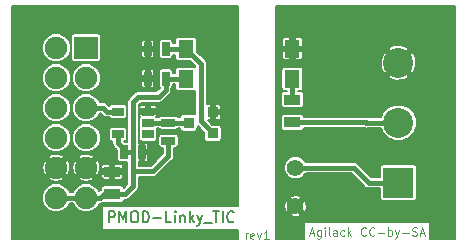
<source format=gbr>
G04 #@! TF.GenerationSoftware,KiCad,Pcbnew,5.0.2*
G04 #@! TF.CreationDate,2020-09-01T14:55:28+02:00*
G04 #@! TF.ProjectId,pmod-linky_tic,706d6f64-2d6c-4696-9e6b-795f7469632e,1*
G04 #@! TF.SameCoordinates,Original*
G04 #@! TF.FileFunction,Copper,L1,Top*
G04 #@! TF.FilePolarity,Positive*
%FSLAX46Y46*%
G04 Gerber Fmt 4.6, Leading zero omitted, Abs format (unit mm)*
G04 Created by KiCad (PCBNEW 5.0.2) date mar. 01 sept. 2020 14:55:28 CEST*
%MOMM*%
%LPD*%
G01*
G04 APERTURE LIST*
G04 #@! TA.AperFunction,NonConductor*
%ADD10C,0.101600*%
G04 #@! TD*
G04 #@! TA.AperFunction,NonConductor*
%ADD11C,0.152400*%
G04 #@! TD*
G04 #@! TA.AperFunction,ComponentPad*
%ADD12R,2.540000X2.540000*%
G04 #@! TD*
G04 #@! TA.AperFunction,ComponentPad*
%ADD13C,2.540000*%
G04 #@! TD*
G04 #@! TA.AperFunction,ComponentPad*
%ADD14R,2.000000X1.900000*%
G04 #@! TD*
G04 #@! TA.AperFunction,ComponentPad*
%ADD15C,1.900000*%
G04 #@! TD*
G04 #@! TA.AperFunction,SMDPad,CuDef*
%ADD16R,1.397000X0.889000*%
G04 #@! TD*
G04 #@! TA.AperFunction,SMDPad,CuDef*
%ADD17R,1.300000X1.500000*%
G04 #@! TD*
G04 #@! TA.AperFunction,SMDPad,CuDef*
%ADD18R,0.914400X0.914400*%
G04 #@! TD*
G04 #@! TA.AperFunction,SMDPad,CuDef*
%ADD19R,0.635000X1.143000*%
G04 #@! TD*
G04 #@! TA.AperFunction,SMDPad,CuDef*
%ADD20R,1.143000X0.635000*%
G04 #@! TD*
G04 #@! TA.AperFunction,SMDPad,CuDef*
%ADD21R,1.000760X0.701040*%
G04 #@! TD*
G04 #@! TA.AperFunction,ComponentPad*
%ADD22C,1.399540*%
G04 #@! TD*
G04 #@! TA.AperFunction,ViaPad*
%ADD23C,0.711200*%
G04 #@! TD*
G04 #@! TA.AperFunction,Conductor*
%ADD24C,0.406400*%
G04 #@! TD*
G04 #@! TA.AperFunction,Conductor*
%ADD25C,0.152400*%
G04 #@! TD*
G04 APERTURE END LIST*
D10*
X149534800Y-114821733D02*
X149534800Y-114347600D01*
X149534800Y-114483066D02*
X149568666Y-114415333D01*
X149602533Y-114381466D01*
X149670266Y-114347600D01*
X149738000Y-114347600D01*
X150246000Y-114787866D02*
X150178266Y-114821733D01*
X150042800Y-114821733D01*
X149975066Y-114787866D01*
X149941200Y-114720133D01*
X149941200Y-114449200D01*
X149975066Y-114381466D01*
X150042800Y-114347600D01*
X150178266Y-114347600D01*
X150246000Y-114381466D01*
X150279866Y-114449200D01*
X150279866Y-114516933D01*
X149941200Y-114584666D01*
X150516933Y-114347600D02*
X150686266Y-114821733D01*
X150855600Y-114347600D01*
X151499066Y-114821733D02*
X151092666Y-114821733D01*
X151295866Y-114821733D02*
X151295866Y-114110533D01*
X151228133Y-114212133D01*
X151160400Y-114279866D01*
X151092666Y-114313733D01*
X154940133Y-114368533D02*
X155278800Y-114368533D01*
X154872400Y-114571733D02*
X155109466Y-113860533D01*
X155346533Y-114571733D01*
X155888400Y-114097600D02*
X155888400Y-114673333D01*
X155854533Y-114741066D01*
X155820666Y-114774933D01*
X155752933Y-114808800D01*
X155651333Y-114808800D01*
X155583600Y-114774933D01*
X155888400Y-114537866D02*
X155820666Y-114571733D01*
X155685200Y-114571733D01*
X155617466Y-114537866D01*
X155583600Y-114504000D01*
X155549733Y-114436266D01*
X155549733Y-114233066D01*
X155583600Y-114165333D01*
X155617466Y-114131466D01*
X155685200Y-114097600D01*
X155820666Y-114097600D01*
X155888400Y-114131466D01*
X156227066Y-114571733D02*
X156227066Y-114097600D01*
X156227066Y-113860533D02*
X156193200Y-113894400D01*
X156227066Y-113928266D01*
X156260933Y-113894400D01*
X156227066Y-113860533D01*
X156227066Y-113928266D01*
X156667333Y-114571733D02*
X156599600Y-114537866D01*
X156565733Y-114470133D01*
X156565733Y-113860533D01*
X157243066Y-114571733D02*
X157243066Y-114199200D01*
X157209200Y-114131466D01*
X157141466Y-114097600D01*
X157006000Y-114097600D01*
X156938266Y-114131466D01*
X157243066Y-114537866D02*
X157175333Y-114571733D01*
X157006000Y-114571733D01*
X156938266Y-114537866D01*
X156904400Y-114470133D01*
X156904400Y-114402400D01*
X156938266Y-114334666D01*
X157006000Y-114300800D01*
X157175333Y-114300800D01*
X157243066Y-114266933D01*
X157886533Y-114537866D02*
X157818800Y-114571733D01*
X157683333Y-114571733D01*
X157615600Y-114537866D01*
X157581733Y-114504000D01*
X157547866Y-114436266D01*
X157547866Y-114233066D01*
X157581733Y-114165333D01*
X157615600Y-114131466D01*
X157683333Y-114097600D01*
X157818800Y-114097600D01*
X157886533Y-114131466D01*
X158191333Y-114571733D02*
X158191333Y-113860533D01*
X158259066Y-114300800D02*
X158462266Y-114571733D01*
X158462266Y-114097600D02*
X158191333Y-114368533D01*
X159715333Y-114504000D02*
X159681466Y-114537866D01*
X159579866Y-114571733D01*
X159512133Y-114571733D01*
X159410533Y-114537866D01*
X159342800Y-114470133D01*
X159308933Y-114402400D01*
X159275066Y-114266933D01*
X159275066Y-114165333D01*
X159308933Y-114029866D01*
X159342800Y-113962133D01*
X159410533Y-113894400D01*
X159512133Y-113860533D01*
X159579866Y-113860533D01*
X159681466Y-113894400D01*
X159715333Y-113928266D01*
X160426533Y-114504000D02*
X160392666Y-114537866D01*
X160291066Y-114571733D01*
X160223333Y-114571733D01*
X160121733Y-114537866D01*
X160054000Y-114470133D01*
X160020133Y-114402400D01*
X159986266Y-114266933D01*
X159986266Y-114165333D01*
X160020133Y-114029866D01*
X160054000Y-113962133D01*
X160121733Y-113894400D01*
X160223333Y-113860533D01*
X160291066Y-113860533D01*
X160392666Y-113894400D01*
X160426533Y-113928266D01*
X160731333Y-114300800D02*
X161273200Y-114300800D01*
X161611866Y-114571733D02*
X161611866Y-113860533D01*
X161611866Y-114131466D02*
X161679600Y-114097600D01*
X161815066Y-114097600D01*
X161882800Y-114131466D01*
X161916666Y-114165333D01*
X161950533Y-114233066D01*
X161950533Y-114436266D01*
X161916666Y-114504000D01*
X161882800Y-114537866D01*
X161815066Y-114571733D01*
X161679600Y-114571733D01*
X161611866Y-114537866D01*
X162187600Y-114097600D02*
X162356933Y-114571733D01*
X162526266Y-114097600D02*
X162356933Y-114571733D01*
X162289200Y-114741066D01*
X162255333Y-114774933D01*
X162187600Y-114808800D01*
X162797200Y-114300800D02*
X163339066Y-114300800D01*
X163643866Y-114537866D02*
X163745466Y-114571733D01*
X163914800Y-114571733D01*
X163982533Y-114537866D01*
X164016400Y-114504000D01*
X164050266Y-114436266D01*
X164050266Y-114368533D01*
X164016400Y-114300800D01*
X163982533Y-114266933D01*
X163914800Y-114233066D01*
X163779333Y-114199200D01*
X163711600Y-114165333D01*
X163677733Y-114131466D01*
X163643866Y-114063733D01*
X163643866Y-113996000D01*
X163677733Y-113928266D01*
X163711600Y-113894400D01*
X163779333Y-113860533D01*
X163948666Y-113860533D01*
X164050266Y-113894400D01*
X164321200Y-114368533D02*
X164659866Y-114368533D01*
X164253466Y-114571733D02*
X164490533Y-113860533D01*
X164727600Y-114571733D01*
D11*
X137938571Y-113407142D02*
X137938571Y-112507142D01*
X138281428Y-112507142D01*
X138367142Y-112550000D01*
X138410000Y-112592857D01*
X138452857Y-112678571D01*
X138452857Y-112807142D01*
X138410000Y-112892857D01*
X138367142Y-112935714D01*
X138281428Y-112978571D01*
X137938571Y-112978571D01*
X138838571Y-113407142D02*
X138838571Y-112507142D01*
X139138571Y-113150000D01*
X139438571Y-112507142D01*
X139438571Y-113407142D01*
X140038571Y-112507142D02*
X140210000Y-112507142D01*
X140295714Y-112550000D01*
X140381428Y-112635714D01*
X140424285Y-112807142D01*
X140424285Y-113107142D01*
X140381428Y-113278571D01*
X140295714Y-113364285D01*
X140210000Y-113407142D01*
X140038571Y-113407142D01*
X139952857Y-113364285D01*
X139867142Y-113278571D01*
X139824285Y-113107142D01*
X139824285Y-112807142D01*
X139867142Y-112635714D01*
X139952857Y-112550000D01*
X140038571Y-112507142D01*
X140810000Y-113407142D02*
X140810000Y-112507142D01*
X141024285Y-112507142D01*
X141152857Y-112550000D01*
X141238571Y-112635714D01*
X141281428Y-112721428D01*
X141324285Y-112892857D01*
X141324285Y-113021428D01*
X141281428Y-113192857D01*
X141238571Y-113278571D01*
X141152857Y-113364285D01*
X141024285Y-113407142D01*
X140810000Y-113407142D01*
X141710000Y-113064285D02*
X142395714Y-113064285D01*
X143252857Y-113407142D02*
X142824285Y-113407142D01*
X142824285Y-112507142D01*
X143552857Y-113407142D02*
X143552857Y-112807142D01*
X143552857Y-112507142D02*
X143510000Y-112550000D01*
X143552857Y-112592857D01*
X143595714Y-112550000D01*
X143552857Y-112507142D01*
X143552857Y-112592857D01*
X143981428Y-112807142D02*
X143981428Y-113407142D01*
X143981428Y-112892857D02*
X144024285Y-112850000D01*
X144110000Y-112807142D01*
X144238571Y-112807142D01*
X144324285Y-112850000D01*
X144367142Y-112935714D01*
X144367142Y-113407142D01*
X144795714Y-113407142D02*
X144795714Y-112507142D01*
X144881428Y-113064285D02*
X145138571Y-113407142D01*
X145138571Y-112807142D02*
X144795714Y-113150000D01*
X145438571Y-112807142D02*
X145652857Y-113407142D01*
X145867142Y-112807142D02*
X145652857Y-113407142D01*
X145567142Y-113621428D01*
X145524285Y-113664285D01*
X145438571Y-113707142D01*
X145995714Y-113492857D02*
X146681428Y-113492857D01*
X146767142Y-112507142D02*
X147281428Y-112507142D01*
X147024285Y-113407142D02*
X147024285Y-112507142D01*
X147581428Y-113407142D02*
X147581428Y-112507142D01*
X148524285Y-113321428D02*
X148481428Y-113364285D01*
X148352857Y-113407142D01*
X148267142Y-113407142D01*
X148138571Y-113364285D01*
X148052857Y-113278571D01*
X148010000Y-113192857D01*
X147967142Y-113021428D01*
X147967142Y-112892857D01*
X148010000Y-112721428D01*
X148052857Y-112635714D01*
X148138571Y-112550000D01*
X148267142Y-112507142D01*
X148352857Y-112507142D01*
X148481428Y-112550000D01*
X148524285Y-112592857D01*
D12*
G04 #@! TO.P,J1,1*
G04 #@! TO.N,/TIC_A*
X162470000Y-110080000D03*
D13*
G04 #@! TO.P,J1,3*
G04 #@! TO.N,GNDGRID*
X162470000Y-99920000D03*
G04 #@! TO.P,J1,2*
G04 #@! TO.N,/TIC_I2*
X162470000Y-105000000D03*
G04 #@! TD*
D14*
G04 #@! TO.P,P1,1*
G04 #@! TO.N,Net-(P1-Pad1)*
X136040000Y-98650000D03*
D15*
G04 #@! TO.P,P1,2*
G04 #@! TO.N,Net-(P1-Pad2)*
X136040000Y-101190000D03*
G04 #@! TO.P,P1,3*
G04 #@! TO.N,PMOD_RXD*
X136040000Y-103730000D03*
G04 #@! TO.P,P1,4*
G04 #@! TO.N,Net-(P1-Pad4)*
X136040000Y-106270000D03*
G04 #@! TO.P,P1,5*
G04 #@! TO.N,GND*
X136040000Y-108810000D03*
G04 #@! TO.P,P1,6*
G04 #@! TO.N,VCC*
X136040000Y-111350000D03*
G04 #@! TO.P,P1,7*
G04 #@! TO.N,Net-(P1-Pad7)*
X133500000Y-98650000D03*
G04 #@! TO.P,P1,8*
G04 #@! TO.N,Net-(P1-Pad8)*
X133500000Y-101190000D03*
G04 #@! TO.P,P1,9*
G04 #@! TO.N,Net-(P1-Pad9)*
X133500000Y-103730000D03*
G04 #@! TO.P,P1,10*
G04 #@! TO.N,Net-(P1-Pad10)*
X133500000Y-106270000D03*
G04 #@! TO.P,P1,11*
G04 #@! TO.N,GND*
X133500000Y-108810000D03*
G04 #@! TO.P,P1,12*
G04 #@! TO.N,VCC*
X133500000Y-111350000D03*
G04 #@! TD*
D16*
G04 #@! TO.P,R1,1*
G04 #@! TO.N,/TIC_I2*
X153500000Y-104952500D03*
G04 #@! TO.P,R1,2*
G04 #@! TO.N,Net-(R1-Pad2)*
X153500000Y-103047500D03*
G04 #@! TD*
D17*
G04 #@! TO.P,U1,4*
G04 #@! TO.N,VCC*
X144500000Y-101270000D03*
G04 #@! TO.P,U1,3*
G04 #@! TO.N,Net-(Q1-Pad1)*
X144500000Y-98730000D03*
G04 #@! TO.P,U1,2*
G04 #@! TO.N,GNDGRID*
X153500000Y-98730000D03*
G04 #@! TO.P,U1,1*
G04 #@! TO.N,Net-(R1-Pad2)*
X153500000Y-101270000D03*
G04 #@! TD*
D18*
G04 #@! TO.P,Q1,2*
G04 #@! TO.N,GND*
X146766000Y-104111000D03*
G04 #@! TO.P,Q1,1*
G04 #@! TO.N,Net-(Q1-Pad1)*
X146766000Y-105889000D03*
G04 #@! TO.P,Q1,3*
G04 #@! TO.N,Net-(Q1-Pad3)*
X144734000Y-105000000D03*
G04 #@! TD*
D19*
G04 #@! TO.P,R2,1*
G04 #@! TO.N,Net-(Q1-Pad1)*
X142762000Y-98750000D03*
G04 #@! TO.P,R2,2*
G04 #@! TO.N,GND*
X141238000Y-98750000D03*
G04 #@! TD*
D20*
G04 #@! TO.P,R3,2*
G04 #@! TO.N,Net-(Q1-Pad3)*
X143000000Y-104988000D03*
G04 #@! TO.P,R3,1*
G04 #@! TO.N,VCC*
X143000000Y-106512000D03*
G04 #@! TD*
D21*
G04 #@! TO.P,U2,5*
G04 #@! TO.N,VCC*
X138730000Y-105952500D03*
G04 #@! TO.P,U2,4*
G04 #@! TO.N,PMOD_RXD*
X138730000Y-104047500D03*
G04 #@! TO.P,U2,3*
G04 #@! TO.N,GND*
X141270000Y-104047500D03*
G04 #@! TO.P,U2,2*
G04 #@! TO.N,Net-(Q1-Pad3)*
X141270000Y-105000000D03*
G04 #@! TO.P,U2,1*
G04 #@! TO.N,N/C*
X141270000Y-105952500D03*
G04 #@! TD*
D16*
G04 #@! TO.P,C1,1*
G04 #@! TO.N,VCC*
X138250000Y-111032500D03*
G04 #@! TO.P,C1,2*
G04 #@! TO.N,GND*
X138250000Y-109127500D03*
G04 #@! TD*
D19*
G04 #@! TO.P,C2,1*
G04 #@! TO.N,VCC*
X139238000Y-107500000D03*
G04 #@! TO.P,C2,2*
G04 #@! TO.N,GND*
X140762000Y-107500000D03*
G04 #@! TD*
G04 #@! TO.P,C3,2*
G04 #@! TO.N,GND*
X141238000Y-101250000D03*
G04 #@! TO.P,C3,1*
G04 #@! TO.N,VCC*
X142762000Y-101250000D03*
G04 #@! TD*
D22*
G04 #@! TO.P,TP1,1*
G04 #@! TO.N,/TIC_A*
X153750000Y-108810000D03*
G04 #@! TD*
G04 #@! TO.P,TP2,1*
G04 #@! TO.N,GNDGRID*
X153750000Y-112070000D03*
G04 #@! TD*
D23*
G04 #@! TO.N,GND*
X140250000Y-98750000D03*
X147900000Y-104110000D03*
X142400000Y-104050000D03*
X140250000Y-101250000D03*
X141700000Y-107500000D03*
X148500000Y-95500000D03*
X144500000Y-95500000D03*
X140500000Y-95500000D03*
X136500000Y-95500000D03*
X132500000Y-95500000D03*
X148500000Y-114500000D03*
X144500000Y-114500000D03*
X140500000Y-114500000D03*
X136500000Y-114500000D03*
X132500000Y-114500000D03*
X130250000Y-110500000D03*
X130250000Y-105000000D03*
X130250000Y-100000000D03*
X140500000Y-111500000D03*
X148500000Y-111500000D03*
X138250000Y-108000000D03*
G04 #@! TO.N,GNDGRID*
X152750000Y-95500000D03*
X166880000Y-95500000D03*
X166880000Y-114500000D03*
X152750000Y-114500000D03*
X159930000Y-102460000D03*
X166880000Y-105000000D03*
X159930000Y-107540000D03*
G04 #@! TD*
D24*
G04 #@! TO.N,/TIC_A*
X153750000Y-108810000D02*
X158670000Y-108810000D01*
X158670000Y-108810000D02*
X159940000Y-110080000D01*
X159940000Y-110080000D02*
X162470000Y-110080000D01*
G04 #@! TO.N,/TIC_I2*
X153500000Y-104952500D02*
X159682500Y-104952500D01*
X159682500Y-104952500D02*
X159730000Y-105000000D01*
X159730000Y-105000000D02*
X162470000Y-105000000D01*
G04 #@! TO.N,PMOD_RXD*
X136040000Y-103730000D02*
X137460000Y-103730000D01*
X137460000Y-103730000D02*
X137777500Y-104047500D01*
X137777500Y-104047500D02*
X138730000Y-104047500D01*
G04 #@! TO.N,GND*
X141238000Y-98750000D02*
X140250000Y-98750000D01*
X146766000Y-104111000D02*
X147899000Y-104111000D01*
X147899000Y-104111000D02*
X147900000Y-104110000D01*
X141270000Y-104047500D02*
X142397500Y-104047500D01*
X142397500Y-104047500D02*
X142400000Y-104050000D01*
X140250000Y-101250000D02*
X141238000Y-101250000D01*
X140762000Y-107500000D02*
X141700000Y-107500000D01*
X133500000Y-108810000D02*
X134770000Y-110080000D01*
X136040000Y-108810000D02*
X134770000Y-110080000D01*
X138250000Y-109127500D02*
X138250000Y-108000000D01*
X138250000Y-108000000D02*
X136850000Y-108000000D01*
X136850000Y-108000000D02*
X136040000Y-108810000D01*
G04 #@! TO.N,VCC*
X133500000Y-111350000D02*
X136040000Y-111350000D01*
X138250000Y-111032500D02*
X137557500Y-111032500D01*
X137557500Y-111032500D02*
X137240000Y-111350000D01*
X137240000Y-111350000D02*
X136040000Y-111350000D01*
X142762000Y-101250000D02*
X144480000Y-101250000D01*
X144480000Y-101250000D02*
X144500000Y-101270000D01*
X138250000Y-111032500D02*
X139357500Y-111032500D01*
X139357500Y-111032500D02*
X140000000Y-110390000D01*
X140000000Y-110390000D02*
X140000000Y-109100000D01*
X140000000Y-109100000D02*
X140000000Y-107500000D01*
X140000000Y-107500000D02*
X140000000Y-103260000D01*
X140000000Y-103260000D02*
X140440000Y-102820000D01*
X140440000Y-102820000D02*
X142180000Y-102820000D01*
X142180000Y-102820000D02*
X142762000Y-102238000D01*
X142762000Y-102238000D02*
X142762000Y-101250000D01*
X139238000Y-107500000D02*
X140000000Y-107500000D01*
X138730000Y-105952500D02*
X138730000Y-106740000D01*
X138730000Y-106740000D02*
X139238000Y-107248000D01*
X139238000Y-107248000D02*
X139238000Y-107500000D01*
X140000000Y-109100000D02*
X141680000Y-109100000D01*
X141680000Y-109100000D02*
X143000000Y-107780000D01*
X143000000Y-107780000D02*
X143000000Y-106512000D01*
G04 #@! TO.N,GNDGRID*
X153500000Y-98730000D02*
X161280000Y-98730000D01*
X161280000Y-98730000D02*
X162470000Y-99920000D01*
G04 #@! TO.N,Net-(R1-Pad2)*
X153500000Y-103047500D02*
X153500000Y-101270000D01*
G04 #@! TO.N,Net-(Q1-Pad1)*
X142762000Y-98750000D02*
X144480000Y-98750000D01*
X144480000Y-98750000D02*
X144500000Y-98730000D01*
X146766000Y-105889000D02*
X146766000Y-105886000D01*
X146766000Y-105886000D02*
X145750000Y-104870000D01*
X145750000Y-104870000D02*
X145750000Y-99980000D01*
X145750000Y-99980000D02*
X144500000Y-98730000D01*
G04 #@! TO.N,Net-(Q1-Pad3)*
X141270000Y-105000000D02*
X142988000Y-105000000D01*
X142988000Y-105000000D02*
X143000000Y-104988000D01*
X144734000Y-105000000D02*
X143012000Y-105000000D01*
X143012000Y-105000000D02*
X143000000Y-104988000D01*
G04 #@! TD*
D25*
G04 #@! TO.N,GND*
G36*
X148923800Y-112037700D02*
X137371886Y-112037700D01*
X137371886Y-114092500D01*
X148923800Y-114092500D01*
X148923800Y-114856400D01*
X129753600Y-114856400D01*
X129753600Y-111106094D01*
X132273800Y-111106094D01*
X132273800Y-111593906D01*
X132460478Y-112044587D01*
X132805413Y-112389522D01*
X133256094Y-112576200D01*
X133743906Y-112576200D01*
X134194587Y-112389522D01*
X134539522Y-112044587D01*
X134628655Y-111829400D01*
X134911345Y-111829400D01*
X135000478Y-112044587D01*
X135345413Y-112389522D01*
X135796094Y-112576200D01*
X136283906Y-112576200D01*
X136734587Y-112389522D01*
X137079522Y-112044587D01*
X137168655Y-111829400D01*
X137192787Y-111829400D01*
X137240000Y-111838791D01*
X137287213Y-111829400D01*
X137287217Y-111829400D01*
X137427053Y-111801585D01*
X137505162Y-111749394D01*
X137551500Y-111758611D01*
X138948500Y-111758611D01*
X139056268Y-111737175D01*
X139147629Y-111676129D01*
X139208675Y-111584768D01*
X139223169Y-111511900D01*
X139310287Y-111511900D01*
X139357500Y-111521291D01*
X139404713Y-111511900D01*
X139404717Y-111511900D01*
X139544553Y-111484085D01*
X139703128Y-111378128D01*
X139729876Y-111338097D01*
X140305600Y-110762374D01*
X140345628Y-110735628D01*
X140451585Y-110577053D01*
X140479400Y-110437217D01*
X140479400Y-110437214D01*
X140488791Y-110390001D01*
X140479400Y-110342788D01*
X140479400Y-109579400D01*
X141632787Y-109579400D01*
X141680000Y-109588791D01*
X141727213Y-109579400D01*
X141727217Y-109579400D01*
X141867053Y-109551585D01*
X142025628Y-109445628D01*
X142052376Y-109405597D01*
X143305600Y-108152374D01*
X143345628Y-108125628D01*
X143451585Y-107967053D01*
X143479400Y-107827217D01*
X143479400Y-107827213D01*
X143488791Y-107780000D01*
X143479400Y-107732787D01*
X143479400Y-107111111D01*
X143571500Y-107111111D01*
X143679268Y-107089675D01*
X143770629Y-107028629D01*
X143831675Y-106937268D01*
X143853111Y-106829500D01*
X143853111Y-106194500D01*
X143831675Y-106086732D01*
X143770629Y-105995371D01*
X143679268Y-105934325D01*
X143571500Y-105912889D01*
X142428500Y-105912889D01*
X142320732Y-105934325D01*
X142229371Y-105995371D01*
X142168325Y-106086732D01*
X142146889Y-106194500D01*
X142146889Y-106829500D01*
X142168325Y-106937268D01*
X142229371Y-107028629D01*
X142320732Y-107089675D01*
X142428500Y-107111111D01*
X142520601Y-107111111D01*
X142520600Y-107581426D01*
X141481427Y-108620600D01*
X140479400Y-108620600D01*
X140479400Y-108300100D01*
X140546100Y-108300100D01*
X140603250Y-108242950D01*
X140603250Y-107677800D01*
X140920750Y-107677800D01*
X140920750Y-108242950D01*
X140977900Y-108300100D01*
X141124971Y-108300100D01*
X141208991Y-108265298D01*
X141273297Y-108200992D01*
X141308100Y-108116972D01*
X141308100Y-107734950D01*
X141250950Y-107677800D01*
X140920750Y-107677800D01*
X140603250Y-107677800D01*
X140564200Y-107677800D01*
X140564200Y-107322200D01*
X140603250Y-107322200D01*
X140603250Y-106757050D01*
X140920750Y-106757050D01*
X140920750Y-107322200D01*
X141250950Y-107322200D01*
X141308100Y-107265050D01*
X141308100Y-106883028D01*
X141273297Y-106799008D01*
X141208991Y-106734702D01*
X141124971Y-106699900D01*
X140977900Y-106699900D01*
X140920750Y-106757050D01*
X140603250Y-106757050D01*
X140546100Y-106699900D01*
X140479400Y-106699900D01*
X140479400Y-103651509D01*
X140541020Y-103651509D01*
X140541020Y-103815090D01*
X140598170Y-103872240D01*
X141092200Y-103872240D01*
X141092200Y-103525530D01*
X141447800Y-103525530D01*
X141447800Y-103872240D01*
X141941830Y-103872240D01*
X141998980Y-103815090D01*
X141998980Y-103651509D01*
X141964178Y-103567489D01*
X141899872Y-103503183D01*
X141815852Y-103468380D01*
X141504950Y-103468380D01*
X141447800Y-103525530D01*
X141092200Y-103525530D01*
X141035050Y-103468380D01*
X140724148Y-103468380D01*
X140640128Y-103503183D01*
X140575822Y-103567489D01*
X140541020Y-103651509D01*
X140479400Y-103651509D01*
X140479400Y-103458573D01*
X140638574Y-103299400D01*
X142132787Y-103299400D01*
X142180000Y-103308791D01*
X142227213Y-103299400D01*
X142227217Y-103299400D01*
X142367053Y-103271585D01*
X142525628Y-103165628D01*
X142552376Y-103125597D01*
X143067600Y-102610374D01*
X143107628Y-102583628D01*
X143213585Y-102425053D01*
X143241400Y-102285217D01*
X143241400Y-102285214D01*
X143250791Y-102238001D01*
X143241400Y-102190788D01*
X143241400Y-102045505D01*
X143278629Y-102020629D01*
X143339675Y-101929268D01*
X143361111Y-101821500D01*
X143361111Y-101729400D01*
X143568389Y-101729400D01*
X143568389Y-102020000D01*
X143589825Y-102127768D01*
X143650871Y-102219129D01*
X143742232Y-102280175D01*
X143850000Y-102301611D01*
X145150000Y-102301611D01*
X145257768Y-102280175D01*
X145270601Y-102271601D01*
X145270600Y-104276982D01*
X145191200Y-104261189D01*
X144276800Y-104261189D01*
X144169032Y-104282625D01*
X144077671Y-104343671D01*
X144016625Y-104435032D01*
X143999605Y-104520600D01*
X143803523Y-104520600D01*
X143770629Y-104471371D01*
X143679268Y-104410325D01*
X143571500Y-104388889D01*
X142428500Y-104388889D01*
X142320732Y-104410325D01*
X142229371Y-104471371D01*
X142196477Y-104520600D01*
X142016448Y-104520600D01*
X141985948Y-104474953D01*
X141998980Y-104443491D01*
X141998980Y-104279910D01*
X141941830Y-104222760D01*
X141447800Y-104222760D01*
X141447800Y-104245300D01*
X141092200Y-104245300D01*
X141092200Y-104222760D01*
X140598170Y-104222760D01*
X140541020Y-104279910D01*
X140541020Y-104443491D01*
X140554052Y-104474953D01*
X140509445Y-104541712D01*
X140488009Y-104649480D01*
X140488009Y-105350520D01*
X140509445Y-105458288D01*
X140521447Y-105476250D01*
X140509445Y-105494212D01*
X140488009Y-105601980D01*
X140488009Y-106303020D01*
X140509445Y-106410788D01*
X140570491Y-106502149D01*
X140661852Y-106563195D01*
X140769620Y-106584631D01*
X141770380Y-106584631D01*
X141878148Y-106563195D01*
X141969509Y-106502149D01*
X142030555Y-106410788D01*
X142051991Y-106303020D01*
X142051991Y-105601980D01*
X142030555Y-105494212D01*
X142020658Y-105479400D01*
X142212513Y-105479400D01*
X142229371Y-105504629D01*
X142320732Y-105565675D01*
X142428500Y-105587111D01*
X143571500Y-105587111D01*
X143679268Y-105565675D01*
X143770629Y-105504629D01*
X143787487Y-105479400D01*
X143999605Y-105479400D01*
X144016625Y-105564968D01*
X144077671Y-105656329D01*
X144169032Y-105717375D01*
X144276800Y-105738811D01*
X145191200Y-105738811D01*
X145298968Y-105717375D01*
X145390329Y-105656329D01*
X145451375Y-105564968D01*
X145472811Y-105457200D01*
X145472811Y-105270784D01*
X146027189Y-105825163D01*
X146027189Y-106346200D01*
X146048625Y-106453968D01*
X146109671Y-106545329D01*
X146201032Y-106606375D01*
X146308800Y-106627811D01*
X147223200Y-106627811D01*
X147330968Y-106606375D01*
X147422329Y-106545329D01*
X147483375Y-106453968D01*
X147504811Y-106346200D01*
X147504811Y-105431800D01*
X147483375Y-105324032D01*
X147422329Y-105232671D01*
X147330968Y-105171625D01*
X147223200Y-105150189D01*
X146708163Y-105150189D01*
X146354773Y-104796800D01*
X146531050Y-104796800D01*
X146588200Y-104739650D01*
X146588200Y-104288800D01*
X146943800Y-104288800D01*
X146943800Y-104739650D01*
X147000950Y-104796800D01*
X147268672Y-104796800D01*
X147352692Y-104761997D01*
X147416998Y-104697691D01*
X147451800Y-104613671D01*
X147451800Y-104345950D01*
X147394650Y-104288800D01*
X146943800Y-104288800D01*
X146588200Y-104288800D01*
X146568200Y-104288800D01*
X146568200Y-103933200D01*
X146588200Y-103933200D01*
X146588200Y-103482350D01*
X146943800Y-103482350D01*
X146943800Y-103933200D01*
X147394650Y-103933200D01*
X147451800Y-103876050D01*
X147451800Y-103608329D01*
X147416998Y-103524309D01*
X147352692Y-103460003D01*
X147268672Y-103425200D01*
X147000950Y-103425200D01*
X146943800Y-103482350D01*
X146588200Y-103482350D01*
X146531050Y-103425200D01*
X146263328Y-103425200D01*
X146229400Y-103439254D01*
X146229400Y-100027213D01*
X146238791Y-99980000D01*
X146229400Y-99932787D01*
X146229400Y-99932783D01*
X146201585Y-99792947D01*
X146095628Y-99634372D01*
X146055600Y-99607626D01*
X145431611Y-98983638D01*
X145431611Y-97980000D01*
X145410175Y-97872232D01*
X145349129Y-97780871D01*
X145257768Y-97719825D01*
X145150000Y-97698389D01*
X143850000Y-97698389D01*
X143742232Y-97719825D01*
X143650871Y-97780871D01*
X143589825Y-97872232D01*
X143568389Y-97980000D01*
X143568389Y-98270600D01*
X143361111Y-98270600D01*
X143361111Y-98178500D01*
X143339675Y-98070732D01*
X143278629Y-97979371D01*
X143187268Y-97918325D01*
X143079500Y-97896889D01*
X142444500Y-97896889D01*
X142336732Y-97918325D01*
X142245371Y-97979371D01*
X142184325Y-98070732D01*
X142162889Y-98178500D01*
X142162889Y-99321500D01*
X142184325Y-99429268D01*
X142245371Y-99520629D01*
X142336732Y-99581675D01*
X142444500Y-99603111D01*
X143079500Y-99603111D01*
X143187268Y-99581675D01*
X143278629Y-99520629D01*
X143339675Y-99429268D01*
X143361111Y-99321500D01*
X143361111Y-99229400D01*
X143568389Y-99229400D01*
X143568389Y-99480000D01*
X143589825Y-99587768D01*
X143650871Y-99679129D01*
X143742232Y-99740175D01*
X143850000Y-99761611D01*
X144853637Y-99761611D01*
X145270601Y-100178575D01*
X145270601Y-100268400D01*
X145257768Y-100259825D01*
X145150000Y-100238389D01*
X143850000Y-100238389D01*
X143742232Y-100259825D01*
X143650871Y-100320871D01*
X143589825Y-100412232D01*
X143568389Y-100520000D01*
X143568389Y-100770600D01*
X143361111Y-100770600D01*
X143361111Y-100678500D01*
X143339675Y-100570732D01*
X143278629Y-100479371D01*
X143187268Y-100418325D01*
X143079500Y-100396889D01*
X142444500Y-100396889D01*
X142336732Y-100418325D01*
X142245371Y-100479371D01*
X142184325Y-100570732D01*
X142162889Y-100678500D01*
X142162889Y-101821500D01*
X142184325Y-101929268D01*
X142245371Y-102020629D01*
X142278956Y-102043070D01*
X141981427Y-102340600D01*
X140487213Y-102340600D01*
X140440000Y-102331209D01*
X140392787Y-102340600D01*
X140392783Y-102340600D01*
X140252947Y-102368415D01*
X140094372Y-102474372D01*
X140067626Y-102514400D01*
X139694401Y-102887626D01*
X139654373Y-102914372D01*
X139627627Y-102954400D01*
X139627626Y-102954401D01*
X139548415Y-103072948D01*
X139511209Y-103260000D01*
X139520601Y-103307218D01*
X139520600Y-106646889D01*
X139314862Y-106646889D01*
X139248917Y-106580944D01*
X139338148Y-106563195D01*
X139429509Y-106502149D01*
X139490555Y-106410788D01*
X139511991Y-106303020D01*
X139511991Y-105601980D01*
X139490555Y-105494212D01*
X139429509Y-105402851D01*
X139338148Y-105341805D01*
X139230380Y-105320369D01*
X138229620Y-105320369D01*
X138121852Y-105341805D01*
X138030491Y-105402851D01*
X137969445Y-105494212D01*
X137948009Y-105601980D01*
X137948009Y-106303020D01*
X137969445Y-106410788D01*
X138030491Y-106502149D01*
X138121852Y-106563195D01*
X138229620Y-106584631D01*
X138250601Y-106584631D01*
X138250601Y-106692783D01*
X138241209Y-106740000D01*
X138278415Y-106927052D01*
X138303496Y-106964587D01*
X138384373Y-107085628D01*
X138424401Y-107112374D01*
X138638889Y-107326862D01*
X138638889Y-108071500D01*
X138660325Y-108179268D01*
X138721371Y-108270629D01*
X138812732Y-108331675D01*
X138920500Y-108353111D01*
X139520600Y-108353111D01*
X139520600Y-109052783D01*
X139511208Y-109100000D01*
X139520601Y-109147222D01*
X139520600Y-110191426D01*
X139212511Y-110499516D01*
X139208675Y-110480232D01*
X139147629Y-110388871D01*
X139056268Y-110327825D01*
X138948500Y-110306389D01*
X137551500Y-110306389D01*
X137443732Y-110327825D01*
X137352371Y-110388871D01*
X137291325Y-110480232D01*
X137269889Y-110588000D01*
X137269889Y-110648106D01*
X137211872Y-110686872D01*
X137185126Y-110726901D01*
X137131391Y-110780636D01*
X137079522Y-110655413D01*
X136734587Y-110310478D01*
X136283906Y-110123800D01*
X135796094Y-110123800D01*
X135345413Y-110310478D01*
X135000478Y-110655413D01*
X134911345Y-110870600D01*
X134628655Y-110870600D01*
X134539522Y-110655413D01*
X134194587Y-110310478D01*
X133743906Y-110123800D01*
X133256094Y-110123800D01*
X132805413Y-110310478D01*
X132460478Y-110655413D01*
X132273800Y-111106094D01*
X129753600Y-111106094D01*
X129753600Y-109735210D01*
X132826237Y-109735210D01*
X132945282Y-109875996D01*
X133395446Y-110007133D01*
X133861527Y-109956019D01*
X134054718Y-109875996D01*
X134173763Y-109735210D01*
X135366237Y-109735210D01*
X135485282Y-109875996D01*
X135935446Y-110007133D01*
X136401527Y-109956019D01*
X136594718Y-109875996D01*
X136713763Y-109735210D01*
X136040000Y-109061447D01*
X135366237Y-109735210D01*
X134173763Y-109735210D01*
X133500000Y-109061447D01*
X132826237Y-109735210D01*
X129753600Y-109735210D01*
X129753600Y-108705446D01*
X132302867Y-108705446D01*
X132353981Y-109171527D01*
X132434004Y-109364718D01*
X132574790Y-109483763D01*
X133248553Y-108810000D01*
X133751447Y-108810000D01*
X134425210Y-109483763D01*
X134565996Y-109364718D01*
X134697133Y-108914554D01*
X134674201Y-108705446D01*
X134842867Y-108705446D01*
X134893981Y-109171527D01*
X134974004Y-109364718D01*
X135114790Y-109483763D01*
X135788553Y-108810000D01*
X136291447Y-108810000D01*
X136965210Y-109483763D01*
X137105996Y-109364718D01*
X137106656Y-109362450D01*
X137322900Y-109362450D01*
X137322900Y-109617471D01*
X137357702Y-109701491D01*
X137422008Y-109765797D01*
X137506028Y-109800600D01*
X138015050Y-109800600D01*
X138072200Y-109743450D01*
X138072200Y-109305300D01*
X138427800Y-109305300D01*
X138427800Y-109743450D01*
X138484950Y-109800600D01*
X138993972Y-109800600D01*
X139077992Y-109765797D01*
X139142298Y-109701491D01*
X139177100Y-109617471D01*
X139177100Y-109362450D01*
X139119950Y-109305300D01*
X138427800Y-109305300D01*
X138072200Y-109305300D01*
X137380050Y-109305300D01*
X137322900Y-109362450D01*
X137106656Y-109362450D01*
X137237133Y-108914554D01*
X137206753Y-108637529D01*
X137322900Y-108637529D01*
X137322900Y-108892550D01*
X137380050Y-108949700D01*
X138072200Y-108949700D01*
X138072200Y-108511550D01*
X138427800Y-108511550D01*
X138427800Y-108949700D01*
X139119950Y-108949700D01*
X139177100Y-108892550D01*
X139177100Y-108637529D01*
X139142298Y-108553509D01*
X139077992Y-108489203D01*
X138993972Y-108454400D01*
X138484950Y-108454400D01*
X138427800Y-108511550D01*
X138072200Y-108511550D01*
X138015050Y-108454400D01*
X137506028Y-108454400D01*
X137422008Y-108489203D01*
X137357702Y-108553509D01*
X137322900Y-108637529D01*
X137206753Y-108637529D01*
X137186019Y-108448473D01*
X137105996Y-108255282D01*
X136965210Y-108136237D01*
X136291447Y-108810000D01*
X135788553Y-108810000D01*
X135114790Y-108136237D01*
X134974004Y-108255282D01*
X134842867Y-108705446D01*
X134674201Y-108705446D01*
X134646019Y-108448473D01*
X134565996Y-108255282D01*
X134425210Y-108136237D01*
X133751447Y-108810000D01*
X133248553Y-108810000D01*
X132574790Y-108136237D01*
X132434004Y-108255282D01*
X132302867Y-108705446D01*
X129753600Y-108705446D01*
X129753600Y-107884790D01*
X132826237Y-107884790D01*
X133500000Y-108558553D01*
X134173763Y-107884790D01*
X135366237Y-107884790D01*
X136040000Y-108558553D01*
X136713763Y-107884790D01*
X136594718Y-107744004D01*
X136144554Y-107612867D01*
X135678473Y-107663981D01*
X135485282Y-107744004D01*
X135366237Y-107884790D01*
X134173763Y-107884790D01*
X134054718Y-107744004D01*
X133604554Y-107612867D01*
X133138473Y-107663981D01*
X132945282Y-107744004D01*
X132826237Y-107884790D01*
X129753600Y-107884790D01*
X129753600Y-106026094D01*
X132273800Y-106026094D01*
X132273800Y-106513906D01*
X132460478Y-106964587D01*
X132805413Y-107309522D01*
X133256094Y-107496200D01*
X133743906Y-107496200D01*
X134194587Y-107309522D01*
X134539522Y-106964587D01*
X134726200Y-106513906D01*
X134726200Y-106026094D01*
X134813800Y-106026094D01*
X134813800Y-106513906D01*
X135000478Y-106964587D01*
X135345413Y-107309522D01*
X135796094Y-107496200D01*
X136283906Y-107496200D01*
X136734587Y-107309522D01*
X137079522Y-106964587D01*
X137266200Y-106513906D01*
X137266200Y-106026094D01*
X137079522Y-105575413D01*
X136734587Y-105230478D01*
X136283906Y-105043800D01*
X135796094Y-105043800D01*
X135345413Y-105230478D01*
X135000478Y-105575413D01*
X134813800Y-106026094D01*
X134726200Y-106026094D01*
X134539522Y-105575413D01*
X134194587Y-105230478D01*
X133743906Y-105043800D01*
X133256094Y-105043800D01*
X132805413Y-105230478D01*
X132460478Y-105575413D01*
X132273800Y-106026094D01*
X129753600Y-106026094D01*
X129753600Y-103486094D01*
X132273800Y-103486094D01*
X132273800Y-103973906D01*
X132460478Y-104424587D01*
X132805413Y-104769522D01*
X133256094Y-104956200D01*
X133743906Y-104956200D01*
X134194587Y-104769522D01*
X134539522Y-104424587D01*
X134726200Y-103973906D01*
X134726200Y-103486094D01*
X134813800Y-103486094D01*
X134813800Y-103973906D01*
X135000478Y-104424587D01*
X135345413Y-104769522D01*
X135796094Y-104956200D01*
X136283906Y-104956200D01*
X136734587Y-104769522D01*
X137079522Y-104424587D01*
X137168655Y-104209400D01*
X137261427Y-104209400D01*
X137405126Y-104353099D01*
X137431872Y-104393128D01*
X137590447Y-104499085D01*
X137730283Y-104526900D01*
X137730287Y-104526900D01*
X137777500Y-104536291D01*
X137824713Y-104526900D01*
X137983552Y-104526900D01*
X138030491Y-104597149D01*
X138121852Y-104658195D01*
X138229620Y-104679631D01*
X139230380Y-104679631D01*
X139338148Y-104658195D01*
X139429509Y-104597149D01*
X139490555Y-104505788D01*
X139511991Y-104398020D01*
X139511991Y-103696980D01*
X139490555Y-103589212D01*
X139429509Y-103497851D01*
X139338148Y-103436805D01*
X139230380Y-103415369D01*
X138229620Y-103415369D01*
X138121852Y-103436805D01*
X138030491Y-103497851D01*
X137983552Y-103568100D01*
X137976074Y-103568100D01*
X137832376Y-103424402D01*
X137805628Y-103384372D01*
X137647053Y-103278415D01*
X137507217Y-103250600D01*
X137507213Y-103250600D01*
X137460000Y-103241209D01*
X137412787Y-103250600D01*
X137168655Y-103250600D01*
X137079522Y-103035413D01*
X136734587Y-102690478D01*
X136283906Y-102503800D01*
X135796094Y-102503800D01*
X135345413Y-102690478D01*
X135000478Y-103035413D01*
X134813800Y-103486094D01*
X134726200Y-103486094D01*
X134539522Y-103035413D01*
X134194587Y-102690478D01*
X133743906Y-102503800D01*
X133256094Y-102503800D01*
X132805413Y-102690478D01*
X132460478Y-103035413D01*
X132273800Y-103486094D01*
X129753600Y-103486094D01*
X129753600Y-100946094D01*
X132273800Y-100946094D01*
X132273800Y-101433906D01*
X132460478Y-101884587D01*
X132805413Y-102229522D01*
X133256094Y-102416200D01*
X133743906Y-102416200D01*
X134194587Y-102229522D01*
X134539522Y-101884587D01*
X134726200Y-101433906D01*
X134726200Y-100946094D01*
X134813800Y-100946094D01*
X134813800Y-101433906D01*
X135000478Y-101884587D01*
X135345413Y-102229522D01*
X135796094Y-102416200D01*
X136283906Y-102416200D01*
X136734587Y-102229522D01*
X137079522Y-101884587D01*
X137245056Y-101484950D01*
X140691900Y-101484950D01*
X140691900Y-101866972D01*
X140726703Y-101950992D01*
X140791009Y-102015298D01*
X140875029Y-102050100D01*
X141022100Y-102050100D01*
X141079250Y-101992950D01*
X141079250Y-101427800D01*
X141396750Y-101427800D01*
X141396750Y-101992950D01*
X141453900Y-102050100D01*
X141600971Y-102050100D01*
X141684991Y-102015298D01*
X141749297Y-101950992D01*
X141784100Y-101866972D01*
X141784100Y-101484950D01*
X141726950Y-101427800D01*
X141396750Y-101427800D01*
X141079250Y-101427800D01*
X140749050Y-101427800D01*
X140691900Y-101484950D01*
X137245056Y-101484950D01*
X137266200Y-101433906D01*
X137266200Y-100946094D01*
X137136524Y-100633028D01*
X140691900Y-100633028D01*
X140691900Y-101015050D01*
X140749050Y-101072200D01*
X141079250Y-101072200D01*
X141079250Y-100507050D01*
X141396750Y-100507050D01*
X141396750Y-101072200D01*
X141726950Y-101072200D01*
X141784100Y-101015050D01*
X141784100Y-100633028D01*
X141749297Y-100549008D01*
X141684991Y-100484702D01*
X141600971Y-100449900D01*
X141453900Y-100449900D01*
X141396750Y-100507050D01*
X141079250Y-100507050D01*
X141022100Y-100449900D01*
X140875029Y-100449900D01*
X140791009Y-100484702D01*
X140726703Y-100549008D01*
X140691900Y-100633028D01*
X137136524Y-100633028D01*
X137079522Y-100495413D01*
X136734587Y-100150478D01*
X136283906Y-99963800D01*
X135796094Y-99963800D01*
X135345413Y-100150478D01*
X135000478Y-100495413D01*
X134813800Y-100946094D01*
X134726200Y-100946094D01*
X134539522Y-100495413D01*
X134194587Y-100150478D01*
X133743906Y-99963800D01*
X133256094Y-99963800D01*
X132805413Y-100150478D01*
X132460478Y-100495413D01*
X132273800Y-100946094D01*
X129753600Y-100946094D01*
X129753600Y-98406094D01*
X132273800Y-98406094D01*
X132273800Y-98893906D01*
X132460478Y-99344587D01*
X132805413Y-99689522D01*
X133256094Y-99876200D01*
X133743906Y-99876200D01*
X134194587Y-99689522D01*
X134539522Y-99344587D01*
X134726200Y-98893906D01*
X134726200Y-98406094D01*
X134539522Y-97955413D01*
X134284109Y-97700000D01*
X134758389Y-97700000D01*
X134758389Y-99600000D01*
X134779825Y-99707768D01*
X134840871Y-99799129D01*
X134932232Y-99860175D01*
X135040000Y-99881611D01*
X137040000Y-99881611D01*
X137147768Y-99860175D01*
X137239129Y-99799129D01*
X137300175Y-99707768D01*
X137321611Y-99600000D01*
X137321611Y-98984950D01*
X140691900Y-98984950D01*
X140691900Y-99366972D01*
X140726703Y-99450992D01*
X140791009Y-99515298D01*
X140875029Y-99550100D01*
X141022100Y-99550100D01*
X141079250Y-99492950D01*
X141079250Y-98927800D01*
X141396750Y-98927800D01*
X141396750Y-99492950D01*
X141453900Y-99550100D01*
X141600971Y-99550100D01*
X141684991Y-99515298D01*
X141749297Y-99450992D01*
X141784100Y-99366972D01*
X141784100Y-98984950D01*
X141726950Y-98927800D01*
X141396750Y-98927800D01*
X141079250Y-98927800D01*
X140749050Y-98927800D01*
X140691900Y-98984950D01*
X137321611Y-98984950D01*
X137321611Y-98133028D01*
X140691900Y-98133028D01*
X140691900Y-98515050D01*
X140749050Y-98572200D01*
X141079250Y-98572200D01*
X141079250Y-98007050D01*
X141396750Y-98007050D01*
X141396750Y-98572200D01*
X141726950Y-98572200D01*
X141784100Y-98515050D01*
X141784100Y-98133028D01*
X141749297Y-98049008D01*
X141684991Y-97984702D01*
X141600971Y-97949900D01*
X141453900Y-97949900D01*
X141396750Y-98007050D01*
X141079250Y-98007050D01*
X141022100Y-97949900D01*
X140875029Y-97949900D01*
X140791009Y-97984702D01*
X140726703Y-98049008D01*
X140691900Y-98133028D01*
X137321611Y-98133028D01*
X137321611Y-97700000D01*
X137300175Y-97592232D01*
X137239129Y-97500871D01*
X137147768Y-97439825D01*
X137040000Y-97418389D01*
X135040000Y-97418389D01*
X134932232Y-97439825D01*
X134840871Y-97500871D01*
X134779825Y-97592232D01*
X134758389Y-97700000D01*
X134284109Y-97700000D01*
X134194587Y-97610478D01*
X133743906Y-97423800D01*
X133256094Y-97423800D01*
X132805413Y-97610478D01*
X132460478Y-97955413D01*
X132273800Y-98406094D01*
X129753600Y-98406094D01*
X129753600Y-95143600D01*
X148923800Y-95143600D01*
X148923800Y-112037700D01*
X148923800Y-112037700D01*
G37*
X148923800Y-112037700D02*
X137371886Y-112037700D01*
X137371886Y-114092500D01*
X148923800Y-114092500D01*
X148923800Y-114856400D01*
X129753600Y-114856400D01*
X129753600Y-111106094D01*
X132273800Y-111106094D01*
X132273800Y-111593906D01*
X132460478Y-112044587D01*
X132805413Y-112389522D01*
X133256094Y-112576200D01*
X133743906Y-112576200D01*
X134194587Y-112389522D01*
X134539522Y-112044587D01*
X134628655Y-111829400D01*
X134911345Y-111829400D01*
X135000478Y-112044587D01*
X135345413Y-112389522D01*
X135796094Y-112576200D01*
X136283906Y-112576200D01*
X136734587Y-112389522D01*
X137079522Y-112044587D01*
X137168655Y-111829400D01*
X137192787Y-111829400D01*
X137240000Y-111838791D01*
X137287213Y-111829400D01*
X137287217Y-111829400D01*
X137427053Y-111801585D01*
X137505162Y-111749394D01*
X137551500Y-111758611D01*
X138948500Y-111758611D01*
X139056268Y-111737175D01*
X139147629Y-111676129D01*
X139208675Y-111584768D01*
X139223169Y-111511900D01*
X139310287Y-111511900D01*
X139357500Y-111521291D01*
X139404713Y-111511900D01*
X139404717Y-111511900D01*
X139544553Y-111484085D01*
X139703128Y-111378128D01*
X139729876Y-111338097D01*
X140305600Y-110762374D01*
X140345628Y-110735628D01*
X140451585Y-110577053D01*
X140479400Y-110437217D01*
X140479400Y-110437214D01*
X140488791Y-110390001D01*
X140479400Y-110342788D01*
X140479400Y-109579400D01*
X141632787Y-109579400D01*
X141680000Y-109588791D01*
X141727213Y-109579400D01*
X141727217Y-109579400D01*
X141867053Y-109551585D01*
X142025628Y-109445628D01*
X142052376Y-109405597D01*
X143305600Y-108152374D01*
X143345628Y-108125628D01*
X143451585Y-107967053D01*
X143479400Y-107827217D01*
X143479400Y-107827213D01*
X143488791Y-107780000D01*
X143479400Y-107732787D01*
X143479400Y-107111111D01*
X143571500Y-107111111D01*
X143679268Y-107089675D01*
X143770629Y-107028629D01*
X143831675Y-106937268D01*
X143853111Y-106829500D01*
X143853111Y-106194500D01*
X143831675Y-106086732D01*
X143770629Y-105995371D01*
X143679268Y-105934325D01*
X143571500Y-105912889D01*
X142428500Y-105912889D01*
X142320732Y-105934325D01*
X142229371Y-105995371D01*
X142168325Y-106086732D01*
X142146889Y-106194500D01*
X142146889Y-106829500D01*
X142168325Y-106937268D01*
X142229371Y-107028629D01*
X142320732Y-107089675D01*
X142428500Y-107111111D01*
X142520601Y-107111111D01*
X142520600Y-107581426D01*
X141481427Y-108620600D01*
X140479400Y-108620600D01*
X140479400Y-108300100D01*
X140546100Y-108300100D01*
X140603250Y-108242950D01*
X140603250Y-107677800D01*
X140920750Y-107677800D01*
X140920750Y-108242950D01*
X140977900Y-108300100D01*
X141124971Y-108300100D01*
X141208991Y-108265298D01*
X141273297Y-108200992D01*
X141308100Y-108116972D01*
X141308100Y-107734950D01*
X141250950Y-107677800D01*
X140920750Y-107677800D01*
X140603250Y-107677800D01*
X140564200Y-107677800D01*
X140564200Y-107322200D01*
X140603250Y-107322200D01*
X140603250Y-106757050D01*
X140920750Y-106757050D01*
X140920750Y-107322200D01*
X141250950Y-107322200D01*
X141308100Y-107265050D01*
X141308100Y-106883028D01*
X141273297Y-106799008D01*
X141208991Y-106734702D01*
X141124971Y-106699900D01*
X140977900Y-106699900D01*
X140920750Y-106757050D01*
X140603250Y-106757050D01*
X140546100Y-106699900D01*
X140479400Y-106699900D01*
X140479400Y-103651509D01*
X140541020Y-103651509D01*
X140541020Y-103815090D01*
X140598170Y-103872240D01*
X141092200Y-103872240D01*
X141092200Y-103525530D01*
X141447800Y-103525530D01*
X141447800Y-103872240D01*
X141941830Y-103872240D01*
X141998980Y-103815090D01*
X141998980Y-103651509D01*
X141964178Y-103567489D01*
X141899872Y-103503183D01*
X141815852Y-103468380D01*
X141504950Y-103468380D01*
X141447800Y-103525530D01*
X141092200Y-103525530D01*
X141035050Y-103468380D01*
X140724148Y-103468380D01*
X140640128Y-103503183D01*
X140575822Y-103567489D01*
X140541020Y-103651509D01*
X140479400Y-103651509D01*
X140479400Y-103458573D01*
X140638574Y-103299400D01*
X142132787Y-103299400D01*
X142180000Y-103308791D01*
X142227213Y-103299400D01*
X142227217Y-103299400D01*
X142367053Y-103271585D01*
X142525628Y-103165628D01*
X142552376Y-103125597D01*
X143067600Y-102610374D01*
X143107628Y-102583628D01*
X143213585Y-102425053D01*
X143241400Y-102285217D01*
X143241400Y-102285214D01*
X143250791Y-102238001D01*
X143241400Y-102190788D01*
X143241400Y-102045505D01*
X143278629Y-102020629D01*
X143339675Y-101929268D01*
X143361111Y-101821500D01*
X143361111Y-101729400D01*
X143568389Y-101729400D01*
X143568389Y-102020000D01*
X143589825Y-102127768D01*
X143650871Y-102219129D01*
X143742232Y-102280175D01*
X143850000Y-102301611D01*
X145150000Y-102301611D01*
X145257768Y-102280175D01*
X145270601Y-102271601D01*
X145270600Y-104276982D01*
X145191200Y-104261189D01*
X144276800Y-104261189D01*
X144169032Y-104282625D01*
X144077671Y-104343671D01*
X144016625Y-104435032D01*
X143999605Y-104520600D01*
X143803523Y-104520600D01*
X143770629Y-104471371D01*
X143679268Y-104410325D01*
X143571500Y-104388889D01*
X142428500Y-104388889D01*
X142320732Y-104410325D01*
X142229371Y-104471371D01*
X142196477Y-104520600D01*
X142016448Y-104520600D01*
X141985948Y-104474953D01*
X141998980Y-104443491D01*
X141998980Y-104279910D01*
X141941830Y-104222760D01*
X141447800Y-104222760D01*
X141447800Y-104245300D01*
X141092200Y-104245300D01*
X141092200Y-104222760D01*
X140598170Y-104222760D01*
X140541020Y-104279910D01*
X140541020Y-104443491D01*
X140554052Y-104474953D01*
X140509445Y-104541712D01*
X140488009Y-104649480D01*
X140488009Y-105350520D01*
X140509445Y-105458288D01*
X140521447Y-105476250D01*
X140509445Y-105494212D01*
X140488009Y-105601980D01*
X140488009Y-106303020D01*
X140509445Y-106410788D01*
X140570491Y-106502149D01*
X140661852Y-106563195D01*
X140769620Y-106584631D01*
X141770380Y-106584631D01*
X141878148Y-106563195D01*
X141969509Y-106502149D01*
X142030555Y-106410788D01*
X142051991Y-106303020D01*
X142051991Y-105601980D01*
X142030555Y-105494212D01*
X142020658Y-105479400D01*
X142212513Y-105479400D01*
X142229371Y-105504629D01*
X142320732Y-105565675D01*
X142428500Y-105587111D01*
X143571500Y-105587111D01*
X143679268Y-105565675D01*
X143770629Y-105504629D01*
X143787487Y-105479400D01*
X143999605Y-105479400D01*
X144016625Y-105564968D01*
X144077671Y-105656329D01*
X144169032Y-105717375D01*
X144276800Y-105738811D01*
X145191200Y-105738811D01*
X145298968Y-105717375D01*
X145390329Y-105656329D01*
X145451375Y-105564968D01*
X145472811Y-105457200D01*
X145472811Y-105270784D01*
X146027189Y-105825163D01*
X146027189Y-106346200D01*
X146048625Y-106453968D01*
X146109671Y-106545329D01*
X146201032Y-106606375D01*
X146308800Y-106627811D01*
X147223200Y-106627811D01*
X147330968Y-106606375D01*
X147422329Y-106545329D01*
X147483375Y-106453968D01*
X147504811Y-106346200D01*
X147504811Y-105431800D01*
X147483375Y-105324032D01*
X147422329Y-105232671D01*
X147330968Y-105171625D01*
X147223200Y-105150189D01*
X146708163Y-105150189D01*
X146354773Y-104796800D01*
X146531050Y-104796800D01*
X146588200Y-104739650D01*
X146588200Y-104288800D01*
X146943800Y-104288800D01*
X146943800Y-104739650D01*
X147000950Y-104796800D01*
X147268672Y-104796800D01*
X147352692Y-104761997D01*
X147416998Y-104697691D01*
X147451800Y-104613671D01*
X147451800Y-104345950D01*
X147394650Y-104288800D01*
X146943800Y-104288800D01*
X146588200Y-104288800D01*
X146568200Y-104288800D01*
X146568200Y-103933200D01*
X146588200Y-103933200D01*
X146588200Y-103482350D01*
X146943800Y-103482350D01*
X146943800Y-103933200D01*
X147394650Y-103933200D01*
X147451800Y-103876050D01*
X147451800Y-103608329D01*
X147416998Y-103524309D01*
X147352692Y-103460003D01*
X147268672Y-103425200D01*
X147000950Y-103425200D01*
X146943800Y-103482350D01*
X146588200Y-103482350D01*
X146531050Y-103425200D01*
X146263328Y-103425200D01*
X146229400Y-103439254D01*
X146229400Y-100027213D01*
X146238791Y-99980000D01*
X146229400Y-99932787D01*
X146229400Y-99932783D01*
X146201585Y-99792947D01*
X146095628Y-99634372D01*
X146055600Y-99607626D01*
X145431611Y-98983638D01*
X145431611Y-97980000D01*
X145410175Y-97872232D01*
X145349129Y-97780871D01*
X145257768Y-97719825D01*
X145150000Y-97698389D01*
X143850000Y-97698389D01*
X143742232Y-97719825D01*
X143650871Y-97780871D01*
X143589825Y-97872232D01*
X143568389Y-97980000D01*
X143568389Y-98270600D01*
X143361111Y-98270600D01*
X143361111Y-98178500D01*
X143339675Y-98070732D01*
X143278629Y-97979371D01*
X143187268Y-97918325D01*
X143079500Y-97896889D01*
X142444500Y-97896889D01*
X142336732Y-97918325D01*
X142245371Y-97979371D01*
X142184325Y-98070732D01*
X142162889Y-98178500D01*
X142162889Y-99321500D01*
X142184325Y-99429268D01*
X142245371Y-99520629D01*
X142336732Y-99581675D01*
X142444500Y-99603111D01*
X143079500Y-99603111D01*
X143187268Y-99581675D01*
X143278629Y-99520629D01*
X143339675Y-99429268D01*
X143361111Y-99321500D01*
X143361111Y-99229400D01*
X143568389Y-99229400D01*
X143568389Y-99480000D01*
X143589825Y-99587768D01*
X143650871Y-99679129D01*
X143742232Y-99740175D01*
X143850000Y-99761611D01*
X144853637Y-99761611D01*
X145270601Y-100178575D01*
X145270601Y-100268400D01*
X145257768Y-100259825D01*
X145150000Y-100238389D01*
X143850000Y-100238389D01*
X143742232Y-100259825D01*
X143650871Y-100320871D01*
X143589825Y-100412232D01*
X143568389Y-100520000D01*
X143568389Y-100770600D01*
X143361111Y-100770600D01*
X143361111Y-100678500D01*
X143339675Y-100570732D01*
X143278629Y-100479371D01*
X143187268Y-100418325D01*
X143079500Y-100396889D01*
X142444500Y-100396889D01*
X142336732Y-100418325D01*
X142245371Y-100479371D01*
X142184325Y-100570732D01*
X142162889Y-100678500D01*
X142162889Y-101821500D01*
X142184325Y-101929268D01*
X142245371Y-102020629D01*
X142278956Y-102043070D01*
X141981427Y-102340600D01*
X140487213Y-102340600D01*
X140440000Y-102331209D01*
X140392787Y-102340600D01*
X140392783Y-102340600D01*
X140252947Y-102368415D01*
X140094372Y-102474372D01*
X140067626Y-102514400D01*
X139694401Y-102887626D01*
X139654373Y-102914372D01*
X139627627Y-102954400D01*
X139627626Y-102954401D01*
X139548415Y-103072948D01*
X139511209Y-103260000D01*
X139520601Y-103307218D01*
X139520600Y-106646889D01*
X139314862Y-106646889D01*
X139248917Y-106580944D01*
X139338148Y-106563195D01*
X139429509Y-106502149D01*
X139490555Y-106410788D01*
X139511991Y-106303020D01*
X139511991Y-105601980D01*
X139490555Y-105494212D01*
X139429509Y-105402851D01*
X139338148Y-105341805D01*
X139230380Y-105320369D01*
X138229620Y-105320369D01*
X138121852Y-105341805D01*
X138030491Y-105402851D01*
X137969445Y-105494212D01*
X137948009Y-105601980D01*
X137948009Y-106303020D01*
X137969445Y-106410788D01*
X138030491Y-106502149D01*
X138121852Y-106563195D01*
X138229620Y-106584631D01*
X138250601Y-106584631D01*
X138250601Y-106692783D01*
X138241209Y-106740000D01*
X138278415Y-106927052D01*
X138303496Y-106964587D01*
X138384373Y-107085628D01*
X138424401Y-107112374D01*
X138638889Y-107326862D01*
X138638889Y-108071500D01*
X138660325Y-108179268D01*
X138721371Y-108270629D01*
X138812732Y-108331675D01*
X138920500Y-108353111D01*
X139520600Y-108353111D01*
X139520600Y-109052783D01*
X139511208Y-109100000D01*
X139520601Y-109147222D01*
X139520600Y-110191426D01*
X139212511Y-110499516D01*
X139208675Y-110480232D01*
X139147629Y-110388871D01*
X139056268Y-110327825D01*
X138948500Y-110306389D01*
X137551500Y-110306389D01*
X137443732Y-110327825D01*
X137352371Y-110388871D01*
X137291325Y-110480232D01*
X137269889Y-110588000D01*
X137269889Y-110648106D01*
X137211872Y-110686872D01*
X137185126Y-110726901D01*
X137131391Y-110780636D01*
X137079522Y-110655413D01*
X136734587Y-110310478D01*
X136283906Y-110123800D01*
X135796094Y-110123800D01*
X135345413Y-110310478D01*
X135000478Y-110655413D01*
X134911345Y-110870600D01*
X134628655Y-110870600D01*
X134539522Y-110655413D01*
X134194587Y-110310478D01*
X133743906Y-110123800D01*
X133256094Y-110123800D01*
X132805413Y-110310478D01*
X132460478Y-110655413D01*
X132273800Y-111106094D01*
X129753600Y-111106094D01*
X129753600Y-109735210D01*
X132826237Y-109735210D01*
X132945282Y-109875996D01*
X133395446Y-110007133D01*
X133861527Y-109956019D01*
X134054718Y-109875996D01*
X134173763Y-109735210D01*
X135366237Y-109735210D01*
X135485282Y-109875996D01*
X135935446Y-110007133D01*
X136401527Y-109956019D01*
X136594718Y-109875996D01*
X136713763Y-109735210D01*
X136040000Y-109061447D01*
X135366237Y-109735210D01*
X134173763Y-109735210D01*
X133500000Y-109061447D01*
X132826237Y-109735210D01*
X129753600Y-109735210D01*
X129753600Y-108705446D01*
X132302867Y-108705446D01*
X132353981Y-109171527D01*
X132434004Y-109364718D01*
X132574790Y-109483763D01*
X133248553Y-108810000D01*
X133751447Y-108810000D01*
X134425210Y-109483763D01*
X134565996Y-109364718D01*
X134697133Y-108914554D01*
X134674201Y-108705446D01*
X134842867Y-108705446D01*
X134893981Y-109171527D01*
X134974004Y-109364718D01*
X135114790Y-109483763D01*
X135788553Y-108810000D01*
X136291447Y-108810000D01*
X136965210Y-109483763D01*
X137105996Y-109364718D01*
X137106656Y-109362450D01*
X137322900Y-109362450D01*
X137322900Y-109617471D01*
X137357702Y-109701491D01*
X137422008Y-109765797D01*
X137506028Y-109800600D01*
X138015050Y-109800600D01*
X138072200Y-109743450D01*
X138072200Y-109305300D01*
X138427800Y-109305300D01*
X138427800Y-109743450D01*
X138484950Y-109800600D01*
X138993972Y-109800600D01*
X139077992Y-109765797D01*
X139142298Y-109701491D01*
X139177100Y-109617471D01*
X139177100Y-109362450D01*
X139119950Y-109305300D01*
X138427800Y-109305300D01*
X138072200Y-109305300D01*
X137380050Y-109305300D01*
X137322900Y-109362450D01*
X137106656Y-109362450D01*
X137237133Y-108914554D01*
X137206753Y-108637529D01*
X137322900Y-108637529D01*
X137322900Y-108892550D01*
X137380050Y-108949700D01*
X138072200Y-108949700D01*
X138072200Y-108511550D01*
X138427800Y-108511550D01*
X138427800Y-108949700D01*
X139119950Y-108949700D01*
X139177100Y-108892550D01*
X139177100Y-108637529D01*
X139142298Y-108553509D01*
X139077992Y-108489203D01*
X138993972Y-108454400D01*
X138484950Y-108454400D01*
X138427800Y-108511550D01*
X138072200Y-108511550D01*
X138015050Y-108454400D01*
X137506028Y-108454400D01*
X137422008Y-108489203D01*
X137357702Y-108553509D01*
X137322900Y-108637529D01*
X137206753Y-108637529D01*
X137186019Y-108448473D01*
X137105996Y-108255282D01*
X136965210Y-108136237D01*
X136291447Y-108810000D01*
X135788553Y-108810000D01*
X135114790Y-108136237D01*
X134974004Y-108255282D01*
X134842867Y-108705446D01*
X134674201Y-108705446D01*
X134646019Y-108448473D01*
X134565996Y-108255282D01*
X134425210Y-108136237D01*
X133751447Y-108810000D01*
X133248553Y-108810000D01*
X132574790Y-108136237D01*
X132434004Y-108255282D01*
X132302867Y-108705446D01*
X129753600Y-108705446D01*
X129753600Y-107884790D01*
X132826237Y-107884790D01*
X133500000Y-108558553D01*
X134173763Y-107884790D01*
X135366237Y-107884790D01*
X136040000Y-108558553D01*
X136713763Y-107884790D01*
X136594718Y-107744004D01*
X136144554Y-107612867D01*
X135678473Y-107663981D01*
X135485282Y-107744004D01*
X135366237Y-107884790D01*
X134173763Y-107884790D01*
X134054718Y-107744004D01*
X133604554Y-107612867D01*
X133138473Y-107663981D01*
X132945282Y-107744004D01*
X132826237Y-107884790D01*
X129753600Y-107884790D01*
X129753600Y-106026094D01*
X132273800Y-106026094D01*
X132273800Y-106513906D01*
X132460478Y-106964587D01*
X132805413Y-107309522D01*
X133256094Y-107496200D01*
X133743906Y-107496200D01*
X134194587Y-107309522D01*
X134539522Y-106964587D01*
X134726200Y-106513906D01*
X134726200Y-106026094D01*
X134813800Y-106026094D01*
X134813800Y-106513906D01*
X135000478Y-106964587D01*
X135345413Y-107309522D01*
X135796094Y-107496200D01*
X136283906Y-107496200D01*
X136734587Y-107309522D01*
X137079522Y-106964587D01*
X137266200Y-106513906D01*
X137266200Y-106026094D01*
X137079522Y-105575413D01*
X136734587Y-105230478D01*
X136283906Y-105043800D01*
X135796094Y-105043800D01*
X135345413Y-105230478D01*
X135000478Y-105575413D01*
X134813800Y-106026094D01*
X134726200Y-106026094D01*
X134539522Y-105575413D01*
X134194587Y-105230478D01*
X133743906Y-105043800D01*
X133256094Y-105043800D01*
X132805413Y-105230478D01*
X132460478Y-105575413D01*
X132273800Y-106026094D01*
X129753600Y-106026094D01*
X129753600Y-103486094D01*
X132273800Y-103486094D01*
X132273800Y-103973906D01*
X132460478Y-104424587D01*
X132805413Y-104769522D01*
X133256094Y-104956200D01*
X133743906Y-104956200D01*
X134194587Y-104769522D01*
X134539522Y-104424587D01*
X134726200Y-103973906D01*
X134726200Y-103486094D01*
X134813800Y-103486094D01*
X134813800Y-103973906D01*
X135000478Y-104424587D01*
X135345413Y-104769522D01*
X135796094Y-104956200D01*
X136283906Y-104956200D01*
X136734587Y-104769522D01*
X137079522Y-104424587D01*
X137168655Y-104209400D01*
X137261427Y-104209400D01*
X137405126Y-104353099D01*
X137431872Y-104393128D01*
X137590447Y-104499085D01*
X137730283Y-104526900D01*
X137730287Y-104526900D01*
X137777500Y-104536291D01*
X137824713Y-104526900D01*
X137983552Y-104526900D01*
X138030491Y-104597149D01*
X138121852Y-104658195D01*
X138229620Y-104679631D01*
X139230380Y-104679631D01*
X139338148Y-104658195D01*
X139429509Y-104597149D01*
X139490555Y-104505788D01*
X139511991Y-104398020D01*
X139511991Y-103696980D01*
X139490555Y-103589212D01*
X139429509Y-103497851D01*
X139338148Y-103436805D01*
X139230380Y-103415369D01*
X138229620Y-103415369D01*
X138121852Y-103436805D01*
X138030491Y-103497851D01*
X137983552Y-103568100D01*
X137976074Y-103568100D01*
X137832376Y-103424402D01*
X137805628Y-103384372D01*
X137647053Y-103278415D01*
X137507217Y-103250600D01*
X137507213Y-103250600D01*
X137460000Y-103241209D01*
X137412787Y-103250600D01*
X137168655Y-103250600D01*
X137079522Y-103035413D01*
X136734587Y-102690478D01*
X136283906Y-102503800D01*
X135796094Y-102503800D01*
X135345413Y-102690478D01*
X135000478Y-103035413D01*
X134813800Y-103486094D01*
X134726200Y-103486094D01*
X134539522Y-103035413D01*
X134194587Y-102690478D01*
X133743906Y-102503800D01*
X133256094Y-102503800D01*
X132805413Y-102690478D01*
X132460478Y-103035413D01*
X132273800Y-103486094D01*
X129753600Y-103486094D01*
X129753600Y-100946094D01*
X132273800Y-100946094D01*
X132273800Y-101433906D01*
X132460478Y-101884587D01*
X132805413Y-102229522D01*
X133256094Y-102416200D01*
X133743906Y-102416200D01*
X134194587Y-102229522D01*
X134539522Y-101884587D01*
X134726200Y-101433906D01*
X134726200Y-100946094D01*
X134813800Y-100946094D01*
X134813800Y-101433906D01*
X135000478Y-101884587D01*
X135345413Y-102229522D01*
X135796094Y-102416200D01*
X136283906Y-102416200D01*
X136734587Y-102229522D01*
X137079522Y-101884587D01*
X137245056Y-101484950D01*
X140691900Y-101484950D01*
X140691900Y-101866972D01*
X140726703Y-101950992D01*
X140791009Y-102015298D01*
X140875029Y-102050100D01*
X141022100Y-102050100D01*
X141079250Y-101992950D01*
X141079250Y-101427800D01*
X141396750Y-101427800D01*
X141396750Y-101992950D01*
X141453900Y-102050100D01*
X141600971Y-102050100D01*
X141684991Y-102015298D01*
X141749297Y-101950992D01*
X141784100Y-101866972D01*
X141784100Y-101484950D01*
X141726950Y-101427800D01*
X141396750Y-101427800D01*
X141079250Y-101427800D01*
X140749050Y-101427800D01*
X140691900Y-101484950D01*
X137245056Y-101484950D01*
X137266200Y-101433906D01*
X137266200Y-100946094D01*
X137136524Y-100633028D01*
X140691900Y-100633028D01*
X140691900Y-101015050D01*
X140749050Y-101072200D01*
X141079250Y-101072200D01*
X141079250Y-100507050D01*
X141396750Y-100507050D01*
X141396750Y-101072200D01*
X141726950Y-101072200D01*
X141784100Y-101015050D01*
X141784100Y-100633028D01*
X141749297Y-100549008D01*
X141684991Y-100484702D01*
X141600971Y-100449900D01*
X141453900Y-100449900D01*
X141396750Y-100507050D01*
X141079250Y-100507050D01*
X141022100Y-100449900D01*
X140875029Y-100449900D01*
X140791009Y-100484702D01*
X140726703Y-100549008D01*
X140691900Y-100633028D01*
X137136524Y-100633028D01*
X137079522Y-100495413D01*
X136734587Y-100150478D01*
X136283906Y-99963800D01*
X135796094Y-99963800D01*
X135345413Y-100150478D01*
X135000478Y-100495413D01*
X134813800Y-100946094D01*
X134726200Y-100946094D01*
X134539522Y-100495413D01*
X134194587Y-100150478D01*
X133743906Y-99963800D01*
X133256094Y-99963800D01*
X132805413Y-100150478D01*
X132460478Y-100495413D01*
X132273800Y-100946094D01*
X129753600Y-100946094D01*
X129753600Y-98406094D01*
X132273800Y-98406094D01*
X132273800Y-98893906D01*
X132460478Y-99344587D01*
X132805413Y-99689522D01*
X133256094Y-99876200D01*
X133743906Y-99876200D01*
X134194587Y-99689522D01*
X134539522Y-99344587D01*
X134726200Y-98893906D01*
X134726200Y-98406094D01*
X134539522Y-97955413D01*
X134284109Y-97700000D01*
X134758389Y-97700000D01*
X134758389Y-99600000D01*
X134779825Y-99707768D01*
X134840871Y-99799129D01*
X134932232Y-99860175D01*
X135040000Y-99881611D01*
X137040000Y-99881611D01*
X137147768Y-99860175D01*
X137239129Y-99799129D01*
X137300175Y-99707768D01*
X137321611Y-99600000D01*
X137321611Y-98984950D01*
X140691900Y-98984950D01*
X140691900Y-99366972D01*
X140726703Y-99450992D01*
X140791009Y-99515298D01*
X140875029Y-99550100D01*
X141022100Y-99550100D01*
X141079250Y-99492950D01*
X141079250Y-98927800D01*
X141396750Y-98927800D01*
X141396750Y-99492950D01*
X141453900Y-99550100D01*
X141600971Y-99550100D01*
X141684991Y-99515298D01*
X141749297Y-99450992D01*
X141784100Y-99366972D01*
X141784100Y-98984950D01*
X141726950Y-98927800D01*
X141396750Y-98927800D01*
X141079250Y-98927800D01*
X140749050Y-98927800D01*
X140691900Y-98984950D01*
X137321611Y-98984950D01*
X137321611Y-98133028D01*
X140691900Y-98133028D01*
X140691900Y-98515050D01*
X140749050Y-98572200D01*
X141079250Y-98572200D01*
X141079250Y-98007050D01*
X141396750Y-98007050D01*
X141396750Y-98572200D01*
X141726950Y-98572200D01*
X141784100Y-98515050D01*
X141784100Y-98133028D01*
X141749297Y-98049008D01*
X141684991Y-97984702D01*
X141600971Y-97949900D01*
X141453900Y-97949900D01*
X141396750Y-98007050D01*
X141079250Y-98007050D01*
X141022100Y-97949900D01*
X140875029Y-97949900D01*
X140791009Y-97984702D01*
X140726703Y-98049008D01*
X140691900Y-98133028D01*
X137321611Y-98133028D01*
X137321611Y-97700000D01*
X137300175Y-97592232D01*
X137239129Y-97500871D01*
X137147768Y-97439825D01*
X137040000Y-97418389D01*
X135040000Y-97418389D01*
X134932232Y-97439825D01*
X134840871Y-97500871D01*
X134779825Y-97592232D01*
X134758389Y-97700000D01*
X134284109Y-97700000D01*
X134194587Y-97610478D01*
X133743906Y-97423800D01*
X133256094Y-97423800D01*
X132805413Y-97610478D01*
X132460478Y-97955413D01*
X132273800Y-98406094D01*
X129753600Y-98406094D01*
X129753600Y-95143600D01*
X148923800Y-95143600D01*
X148923800Y-112037700D01*
G04 #@! TO.N,GNDGRID*
G36*
X167246401Y-114856400D02*
X165122334Y-114856400D01*
X165122334Y-113436336D01*
X154477667Y-113436336D01*
X154477667Y-114856400D01*
X152076200Y-114856400D01*
X152076200Y-112811935D01*
X153259512Y-112811935D01*
X153347374Y-112926659D01*
X153705852Y-113015528D01*
X154071050Y-112960449D01*
X154152626Y-112926659D01*
X154240488Y-112811935D01*
X153750000Y-112321447D01*
X153259512Y-112811935D01*
X152076200Y-112811935D01*
X152076200Y-112025852D01*
X152804472Y-112025852D01*
X152859551Y-112391050D01*
X152893341Y-112472626D01*
X153008065Y-112560488D01*
X153498553Y-112070000D01*
X154001447Y-112070000D01*
X154491935Y-112560488D01*
X154606659Y-112472626D01*
X154695528Y-112114148D01*
X154640449Y-111748950D01*
X154606659Y-111667374D01*
X154491935Y-111579512D01*
X154001447Y-112070000D01*
X153498553Y-112070000D01*
X153008065Y-111579512D01*
X152893341Y-111667374D01*
X152804472Y-112025852D01*
X152076200Y-112025852D01*
X152076200Y-111328065D01*
X153259512Y-111328065D01*
X153750000Y-111818553D01*
X154240488Y-111328065D01*
X154152626Y-111213341D01*
X153794148Y-111124472D01*
X153428950Y-111179551D01*
X153347374Y-111213341D01*
X153259512Y-111328065D01*
X152076200Y-111328065D01*
X152076200Y-108615868D01*
X152774030Y-108615868D01*
X152774030Y-109004132D01*
X152922613Y-109362842D01*
X153197158Y-109637387D01*
X153555868Y-109785970D01*
X153944132Y-109785970D01*
X154302842Y-109637387D01*
X154577387Y-109362842D01*
X154607808Y-109289400D01*
X158471427Y-109289400D01*
X159567626Y-110385600D01*
X159594372Y-110425628D01*
X159752947Y-110531585D01*
X159892783Y-110559400D01*
X159892786Y-110559400D01*
X159939999Y-110568791D01*
X159987212Y-110559400D01*
X160918389Y-110559400D01*
X160918389Y-111350000D01*
X160939825Y-111457768D01*
X161000871Y-111549129D01*
X161092232Y-111610175D01*
X161200000Y-111631611D01*
X163740000Y-111631611D01*
X163847768Y-111610175D01*
X163939129Y-111549129D01*
X164000175Y-111457768D01*
X164021611Y-111350000D01*
X164021611Y-108810000D01*
X164000175Y-108702232D01*
X163939129Y-108610871D01*
X163847768Y-108549825D01*
X163740000Y-108528389D01*
X161200000Y-108528389D01*
X161092232Y-108549825D01*
X161000871Y-108610871D01*
X160939825Y-108702232D01*
X160918389Y-108810000D01*
X160918389Y-109600600D01*
X160138574Y-109600600D01*
X159042376Y-108504403D01*
X159015628Y-108464372D01*
X158857053Y-108358415D01*
X158717217Y-108330600D01*
X158717213Y-108330600D01*
X158670000Y-108321209D01*
X158622787Y-108330600D01*
X154607808Y-108330600D01*
X154577387Y-108257158D01*
X154302842Y-107982613D01*
X153944132Y-107834030D01*
X153555868Y-107834030D01*
X153197158Y-107982613D01*
X152922613Y-108257158D01*
X152774030Y-108615868D01*
X152076200Y-108615868D01*
X152076200Y-104508000D01*
X152519889Y-104508000D01*
X152519889Y-105397000D01*
X152541325Y-105504768D01*
X152602371Y-105596129D01*
X152693732Y-105657175D01*
X152801500Y-105678611D01*
X154198500Y-105678611D01*
X154306268Y-105657175D01*
X154397629Y-105596129D01*
X154458675Y-105504768D01*
X154473169Y-105431900D01*
X159513486Y-105431900D01*
X159542947Y-105451585D01*
X159682783Y-105479400D01*
X159682786Y-105479400D01*
X159729999Y-105488791D01*
X159777212Y-105479400D01*
X160994979Y-105479400D01*
X161159195Y-105875852D01*
X161594148Y-106310805D01*
X162162442Y-106546200D01*
X162777558Y-106546200D01*
X163345852Y-106310805D01*
X163780805Y-105875852D01*
X164016200Y-105307558D01*
X164016200Y-104692442D01*
X163780805Y-104124148D01*
X163345852Y-103689195D01*
X162777558Y-103453800D01*
X162162442Y-103453800D01*
X161594148Y-103689195D01*
X161159195Y-104124148D01*
X160994979Y-104520600D01*
X159899014Y-104520600D01*
X159869553Y-104500915D01*
X159729717Y-104473100D01*
X159729713Y-104473100D01*
X159682500Y-104463709D01*
X159635287Y-104473100D01*
X154473169Y-104473100D01*
X154458675Y-104400232D01*
X154397629Y-104308871D01*
X154306268Y-104247825D01*
X154198500Y-104226389D01*
X152801500Y-104226389D01*
X152693732Y-104247825D01*
X152602371Y-104308871D01*
X152541325Y-104400232D01*
X152519889Y-104508000D01*
X152076200Y-104508000D01*
X152076200Y-102603000D01*
X152519889Y-102603000D01*
X152519889Y-103492000D01*
X152541325Y-103599768D01*
X152602371Y-103691129D01*
X152693732Y-103752175D01*
X152801500Y-103773611D01*
X154198500Y-103773611D01*
X154306268Y-103752175D01*
X154397629Y-103691129D01*
X154458675Y-103599768D01*
X154480111Y-103492000D01*
X154480111Y-102603000D01*
X154458675Y-102495232D01*
X154397629Y-102403871D01*
X154306268Y-102342825D01*
X154198500Y-102321389D01*
X153979400Y-102321389D01*
X153979400Y-102301611D01*
X154150000Y-102301611D01*
X154257768Y-102280175D01*
X154349129Y-102219129D01*
X154410175Y-102127768D01*
X154431611Y-102020000D01*
X154431611Y-101078116D01*
X161563331Y-101078116D01*
X161721833Y-101252256D01*
X162288617Y-101437155D01*
X162883013Y-101391081D01*
X163218167Y-101252256D01*
X163376669Y-101078116D01*
X162470000Y-100171447D01*
X161563331Y-101078116D01*
X154431611Y-101078116D01*
X154431611Y-100520000D01*
X154410175Y-100412232D01*
X154349129Y-100320871D01*
X154257768Y-100259825D01*
X154150000Y-100238389D01*
X152850000Y-100238389D01*
X152742232Y-100259825D01*
X152650871Y-100320871D01*
X152589825Y-100412232D01*
X152568389Y-100520000D01*
X152568389Y-102020000D01*
X152589825Y-102127768D01*
X152650871Y-102219129D01*
X152742232Y-102280175D01*
X152850000Y-102301611D01*
X153020600Y-102301611D01*
X153020600Y-102321389D01*
X152801500Y-102321389D01*
X152693732Y-102342825D01*
X152602371Y-102403871D01*
X152541325Y-102495232D01*
X152519889Y-102603000D01*
X152076200Y-102603000D01*
X152076200Y-99738617D01*
X160952845Y-99738617D01*
X160998919Y-100333013D01*
X161137744Y-100668167D01*
X161311884Y-100826669D01*
X162218553Y-99920000D01*
X162721447Y-99920000D01*
X163628116Y-100826669D01*
X163802256Y-100668167D01*
X163987155Y-100101383D01*
X163941081Y-99506987D01*
X163802256Y-99171833D01*
X163628116Y-99013331D01*
X162721447Y-99920000D01*
X162218553Y-99920000D01*
X161311884Y-99013331D01*
X161137744Y-99171833D01*
X160952845Y-99738617D01*
X152076200Y-99738617D01*
X152076200Y-98964950D01*
X152621400Y-98964950D01*
X152621400Y-99525471D01*
X152656202Y-99609491D01*
X152720508Y-99673797D01*
X152804528Y-99708600D01*
X153265050Y-99708600D01*
X153322200Y-99651450D01*
X153322200Y-98907800D01*
X153677800Y-98907800D01*
X153677800Y-99651450D01*
X153734950Y-99708600D01*
X154195472Y-99708600D01*
X154279492Y-99673797D01*
X154343798Y-99609491D01*
X154378600Y-99525471D01*
X154378600Y-98964950D01*
X154321450Y-98907800D01*
X153677800Y-98907800D01*
X153322200Y-98907800D01*
X152678550Y-98907800D01*
X152621400Y-98964950D01*
X152076200Y-98964950D01*
X152076200Y-98761884D01*
X161563331Y-98761884D01*
X162470000Y-99668553D01*
X163376669Y-98761884D01*
X163218167Y-98587744D01*
X162651383Y-98402845D01*
X162056987Y-98448919D01*
X161721833Y-98587744D01*
X161563331Y-98761884D01*
X152076200Y-98761884D01*
X152076200Y-97934529D01*
X152621400Y-97934529D01*
X152621400Y-98495050D01*
X152678550Y-98552200D01*
X153322200Y-98552200D01*
X153322200Y-97808550D01*
X153677800Y-97808550D01*
X153677800Y-98552200D01*
X154321450Y-98552200D01*
X154378600Y-98495050D01*
X154378600Y-97934529D01*
X154343798Y-97850509D01*
X154279492Y-97786203D01*
X154195472Y-97751400D01*
X153734950Y-97751400D01*
X153677800Y-97808550D01*
X153322200Y-97808550D01*
X153265050Y-97751400D01*
X152804528Y-97751400D01*
X152720508Y-97786203D01*
X152656202Y-97850509D01*
X152621400Y-97934529D01*
X152076200Y-97934529D01*
X152076200Y-95143600D01*
X167246400Y-95143600D01*
X167246401Y-114856400D01*
X167246401Y-114856400D01*
G37*
X167246401Y-114856400D02*
X165122334Y-114856400D01*
X165122334Y-113436336D01*
X154477667Y-113436336D01*
X154477667Y-114856400D01*
X152076200Y-114856400D01*
X152076200Y-112811935D01*
X153259512Y-112811935D01*
X153347374Y-112926659D01*
X153705852Y-113015528D01*
X154071050Y-112960449D01*
X154152626Y-112926659D01*
X154240488Y-112811935D01*
X153750000Y-112321447D01*
X153259512Y-112811935D01*
X152076200Y-112811935D01*
X152076200Y-112025852D01*
X152804472Y-112025852D01*
X152859551Y-112391050D01*
X152893341Y-112472626D01*
X153008065Y-112560488D01*
X153498553Y-112070000D01*
X154001447Y-112070000D01*
X154491935Y-112560488D01*
X154606659Y-112472626D01*
X154695528Y-112114148D01*
X154640449Y-111748950D01*
X154606659Y-111667374D01*
X154491935Y-111579512D01*
X154001447Y-112070000D01*
X153498553Y-112070000D01*
X153008065Y-111579512D01*
X152893341Y-111667374D01*
X152804472Y-112025852D01*
X152076200Y-112025852D01*
X152076200Y-111328065D01*
X153259512Y-111328065D01*
X153750000Y-111818553D01*
X154240488Y-111328065D01*
X154152626Y-111213341D01*
X153794148Y-111124472D01*
X153428950Y-111179551D01*
X153347374Y-111213341D01*
X153259512Y-111328065D01*
X152076200Y-111328065D01*
X152076200Y-108615868D01*
X152774030Y-108615868D01*
X152774030Y-109004132D01*
X152922613Y-109362842D01*
X153197158Y-109637387D01*
X153555868Y-109785970D01*
X153944132Y-109785970D01*
X154302842Y-109637387D01*
X154577387Y-109362842D01*
X154607808Y-109289400D01*
X158471427Y-109289400D01*
X159567626Y-110385600D01*
X159594372Y-110425628D01*
X159752947Y-110531585D01*
X159892783Y-110559400D01*
X159892786Y-110559400D01*
X159939999Y-110568791D01*
X159987212Y-110559400D01*
X160918389Y-110559400D01*
X160918389Y-111350000D01*
X160939825Y-111457768D01*
X161000871Y-111549129D01*
X161092232Y-111610175D01*
X161200000Y-111631611D01*
X163740000Y-111631611D01*
X163847768Y-111610175D01*
X163939129Y-111549129D01*
X164000175Y-111457768D01*
X164021611Y-111350000D01*
X164021611Y-108810000D01*
X164000175Y-108702232D01*
X163939129Y-108610871D01*
X163847768Y-108549825D01*
X163740000Y-108528389D01*
X161200000Y-108528389D01*
X161092232Y-108549825D01*
X161000871Y-108610871D01*
X160939825Y-108702232D01*
X160918389Y-108810000D01*
X160918389Y-109600600D01*
X160138574Y-109600600D01*
X159042376Y-108504403D01*
X159015628Y-108464372D01*
X158857053Y-108358415D01*
X158717217Y-108330600D01*
X158717213Y-108330600D01*
X158670000Y-108321209D01*
X158622787Y-108330600D01*
X154607808Y-108330600D01*
X154577387Y-108257158D01*
X154302842Y-107982613D01*
X153944132Y-107834030D01*
X153555868Y-107834030D01*
X153197158Y-107982613D01*
X152922613Y-108257158D01*
X152774030Y-108615868D01*
X152076200Y-108615868D01*
X152076200Y-104508000D01*
X152519889Y-104508000D01*
X152519889Y-105397000D01*
X152541325Y-105504768D01*
X152602371Y-105596129D01*
X152693732Y-105657175D01*
X152801500Y-105678611D01*
X154198500Y-105678611D01*
X154306268Y-105657175D01*
X154397629Y-105596129D01*
X154458675Y-105504768D01*
X154473169Y-105431900D01*
X159513486Y-105431900D01*
X159542947Y-105451585D01*
X159682783Y-105479400D01*
X159682786Y-105479400D01*
X159729999Y-105488791D01*
X159777212Y-105479400D01*
X160994979Y-105479400D01*
X161159195Y-105875852D01*
X161594148Y-106310805D01*
X162162442Y-106546200D01*
X162777558Y-106546200D01*
X163345852Y-106310805D01*
X163780805Y-105875852D01*
X164016200Y-105307558D01*
X164016200Y-104692442D01*
X163780805Y-104124148D01*
X163345852Y-103689195D01*
X162777558Y-103453800D01*
X162162442Y-103453800D01*
X161594148Y-103689195D01*
X161159195Y-104124148D01*
X160994979Y-104520600D01*
X159899014Y-104520600D01*
X159869553Y-104500915D01*
X159729717Y-104473100D01*
X159729713Y-104473100D01*
X159682500Y-104463709D01*
X159635287Y-104473100D01*
X154473169Y-104473100D01*
X154458675Y-104400232D01*
X154397629Y-104308871D01*
X154306268Y-104247825D01*
X154198500Y-104226389D01*
X152801500Y-104226389D01*
X152693732Y-104247825D01*
X152602371Y-104308871D01*
X152541325Y-104400232D01*
X152519889Y-104508000D01*
X152076200Y-104508000D01*
X152076200Y-102603000D01*
X152519889Y-102603000D01*
X152519889Y-103492000D01*
X152541325Y-103599768D01*
X152602371Y-103691129D01*
X152693732Y-103752175D01*
X152801500Y-103773611D01*
X154198500Y-103773611D01*
X154306268Y-103752175D01*
X154397629Y-103691129D01*
X154458675Y-103599768D01*
X154480111Y-103492000D01*
X154480111Y-102603000D01*
X154458675Y-102495232D01*
X154397629Y-102403871D01*
X154306268Y-102342825D01*
X154198500Y-102321389D01*
X153979400Y-102321389D01*
X153979400Y-102301611D01*
X154150000Y-102301611D01*
X154257768Y-102280175D01*
X154349129Y-102219129D01*
X154410175Y-102127768D01*
X154431611Y-102020000D01*
X154431611Y-101078116D01*
X161563331Y-101078116D01*
X161721833Y-101252256D01*
X162288617Y-101437155D01*
X162883013Y-101391081D01*
X163218167Y-101252256D01*
X163376669Y-101078116D01*
X162470000Y-100171447D01*
X161563331Y-101078116D01*
X154431611Y-101078116D01*
X154431611Y-100520000D01*
X154410175Y-100412232D01*
X154349129Y-100320871D01*
X154257768Y-100259825D01*
X154150000Y-100238389D01*
X152850000Y-100238389D01*
X152742232Y-100259825D01*
X152650871Y-100320871D01*
X152589825Y-100412232D01*
X152568389Y-100520000D01*
X152568389Y-102020000D01*
X152589825Y-102127768D01*
X152650871Y-102219129D01*
X152742232Y-102280175D01*
X152850000Y-102301611D01*
X153020600Y-102301611D01*
X153020600Y-102321389D01*
X152801500Y-102321389D01*
X152693732Y-102342825D01*
X152602371Y-102403871D01*
X152541325Y-102495232D01*
X152519889Y-102603000D01*
X152076200Y-102603000D01*
X152076200Y-99738617D01*
X160952845Y-99738617D01*
X160998919Y-100333013D01*
X161137744Y-100668167D01*
X161311884Y-100826669D01*
X162218553Y-99920000D01*
X162721447Y-99920000D01*
X163628116Y-100826669D01*
X163802256Y-100668167D01*
X163987155Y-100101383D01*
X163941081Y-99506987D01*
X163802256Y-99171833D01*
X163628116Y-99013331D01*
X162721447Y-99920000D01*
X162218553Y-99920000D01*
X161311884Y-99013331D01*
X161137744Y-99171833D01*
X160952845Y-99738617D01*
X152076200Y-99738617D01*
X152076200Y-98964950D01*
X152621400Y-98964950D01*
X152621400Y-99525471D01*
X152656202Y-99609491D01*
X152720508Y-99673797D01*
X152804528Y-99708600D01*
X153265050Y-99708600D01*
X153322200Y-99651450D01*
X153322200Y-98907800D01*
X153677800Y-98907800D01*
X153677800Y-99651450D01*
X153734950Y-99708600D01*
X154195472Y-99708600D01*
X154279492Y-99673797D01*
X154343798Y-99609491D01*
X154378600Y-99525471D01*
X154378600Y-98964950D01*
X154321450Y-98907800D01*
X153677800Y-98907800D01*
X153322200Y-98907800D01*
X152678550Y-98907800D01*
X152621400Y-98964950D01*
X152076200Y-98964950D01*
X152076200Y-98761884D01*
X161563331Y-98761884D01*
X162470000Y-99668553D01*
X163376669Y-98761884D01*
X163218167Y-98587744D01*
X162651383Y-98402845D01*
X162056987Y-98448919D01*
X161721833Y-98587744D01*
X161563331Y-98761884D01*
X152076200Y-98761884D01*
X152076200Y-97934529D01*
X152621400Y-97934529D01*
X152621400Y-98495050D01*
X152678550Y-98552200D01*
X153322200Y-98552200D01*
X153322200Y-97808550D01*
X153677800Y-97808550D01*
X153677800Y-98552200D01*
X154321450Y-98552200D01*
X154378600Y-98495050D01*
X154378600Y-97934529D01*
X154343798Y-97850509D01*
X154279492Y-97786203D01*
X154195472Y-97751400D01*
X153734950Y-97751400D01*
X153677800Y-97808550D01*
X153322200Y-97808550D01*
X153265050Y-97751400D01*
X152804528Y-97751400D01*
X152720508Y-97786203D01*
X152656202Y-97850509D01*
X152621400Y-97934529D01*
X152076200Y-97934529D01*
X152076200Y-95143600D01*
X167246400Y-95143600D01*
X167246401Y-114856400D01*
G04 #@! TD*
M02*

</source>
